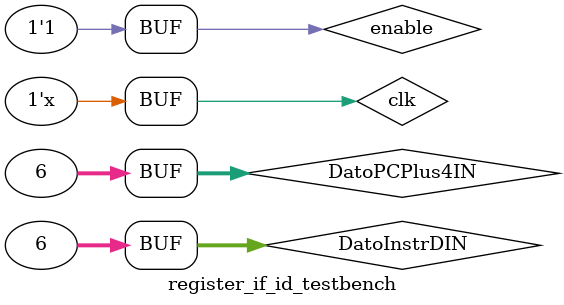
<source format=sv>


module register_if_id_testbench;

// Definicion de entradas
reg clk;
reg enable;
reg [31:0] DatoPCPlus4IN;
reg [31:0] DatoInstrDIN;
	 

// Definicion de salida
wire [31:0] DatoPCPlus4OUT;
wire [31:0] DatoInstrDOUT;

// Constante de tiempo
parameter stimDelay = 10;

// Inicializacion
register_if_id DUT( clk, enable, DatoPCPlus4IN, DatoPCPlus4OUT, DatoInstrDIN, DatoInstrDOUT );

always begin
    #(stimDelay) clk = ~clk;	
end
  

initial
begin
 DatoPCPlus4IN = 32'h00000000; DatoPCPlus4IN = 32'h00000000; clk = 0; enable = 1;

 #(stimDelay) 
 #(stimDelay) DatoPCPlus4IN = 9;
 #(stimDelay) DatoPCPlus4IN = 2;
 #(stimDelay) DatoPCPlus4IN = 4;
 #(stimDelay) DatoPCPlus4IN = 6;
 
 #(stimDelay) DatoInstrDIN = 0;
 #(stimDelay) DatoInstrDIN = 2;
 #(stimDelay) DatoInstrDIN = 4;
 #(stimDelay) DatoInstrDIN = 6;
 
 #100; //Let simulation finish
end
endmodule

</source>
